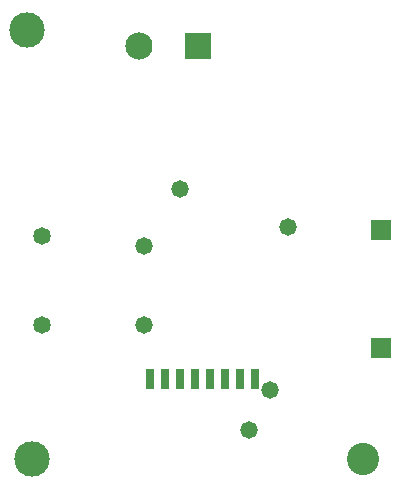
<source format=gbr>
%TF.GenerationSoftware,Altium Limited,Altium Designer,20.0.13 (296)*%
G04 Layer_Color=16711935*
%FSLAX45Y45*%
%MOMM*%
%TF.FileFunction,Soldermask,Bot*%
%TF.Part,Single*%
G01*
G75*
%TA.AperFunction,ComponentPad*%
%ADD40C,2.30320*%
%ADD41R,2.30320X2.30320*%
%ADD42R,1.70320X1.70320*%
%ADD43C,1.48320*%
%ADD44R,0.80320X1.80320*%
%TA.AperFunction,ViaPad*%
%ADD45C,1.47320*%
%ADD46C,2.73320*%
%ADD47C,3.00320*%
D40*
X12796901Y10287000D02*
D03*
D41*
X13296899D02*
D03*
D42*
X14846300Y8733572D02*
D03*
Y7734300D02*
D03*
D43*
X11976100Y8675527D02*
D03*
Y7926227D02*
D03*
D44*
X13525500Y7467600D02*
D03*
X13398500D02*
D03*
X13271500D02*
D03*
X13144501D02*
D03*
X13017500D02*
D03*
X12890500D02*
D03*
X13652521D02*
D03*
X13776961D02*
D03*
D45*
X12839700Y7924800D02*
D03*
Y8597900D02*
D03*
X13903960Y7376160D02*
D03*
X14056360Y8755380D02*
D03*
X13144501Y9077960D02*
D03*
X13728700Y7038340D02*
D03*
D46*
X14693900Y6794500D02*
D03*
D47*
X11887200D02*
D03*
X11849100Y10426700D02*
D03*
%TF.MD5,8e48325aa06b17dd3967bc18fd9643e0*%
M02*

</source>
